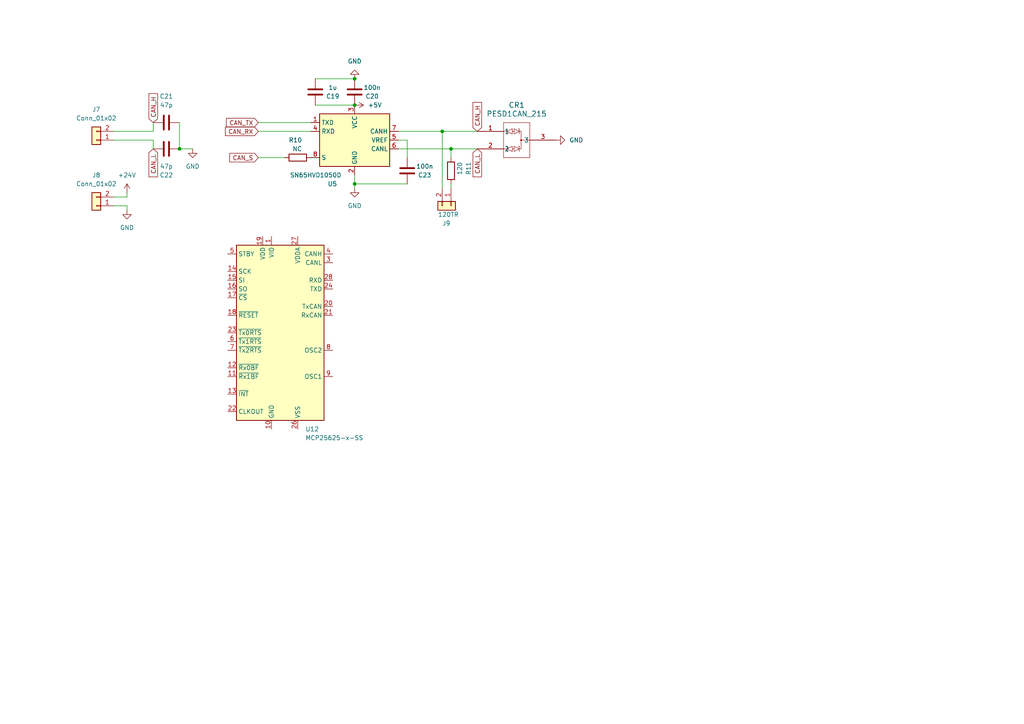
<source format=kicad_sch>
(kicad_sch (version 20231120) (generator "eeschema") (generator_version "8.0")
  (paper "A4")
  (lib_symbols
    (symbol "Connector_Generic:Conn_01x02" (pin_names (offset 1.016) hide)
      (property "Reference" "J" (at 0 2.54 0))
      (property "Value" "Conn_01x02" (at 0 -5.08 0))
      (symbol "Conn_01x02_1_1"
        (rectangle (start -1.27 -2.413) (end 0 -2.667) (stroke (width 0.1524)))
        (rectangle (start -1.27 0.127) (end 0 -0.127) (stroke (width 0.1524)))
        (rectangle (start -1.27 1.27) (end 1.27 -3.81) (stroke (width 0.254)) (fill (type background)))
        (pin passive line (at -5.08 0 0) (length 3.81) (name "Pin_1") (number "1"))
        (pin passive line (at -5.08 -2.54 0) (length 3.81) (name "Pin_2") (number "2"))
      )
    )
    (symbol "Device:C" (pin_numbers hide) (pin_names (offset 0.254))
      (property "Reference" "C" (at 0.635 2.54 0))
      (property "Value" "C" (at 0.635 -2.54 0))
      (symbol "C_0_1"
        (polyline (pts (xy -2.032 -0.762) (xy 2.032 -0.762)) (stroke (width 0.508)))
        (polyline (pts (xy -2.032 0.762) (xy 2.032 0.762)) (stroke (width 0.508)))
      )
      (symbol "C_1_1"
        (pin passive line (at 0 3.81 270) (length 2.794) (name "~") (number "1"))
        (pin passive line (at 0 -3.81 90) (length 2.794) (name "~") (number "2"))
      )
    )
    (symbol "Device:R" (pin_numbers hide) (pin_names (offset 0))
      (property "Reference" "R" (at 2.032 0 90))
      (property "Value" "R" (at 0 0 90))
      (symbol "R_0_1"
        (rectangle (start -1.016 -2.54) (end 1.016 2.54) (stroke (width 0.254)))
      )
      (symbol "R_1_1"
        (pin passive line (at 0 3.81 270) (length 1.27) (name "~") (number "1"))
        (pin passive line (at 0 -3.81 90) (length 1.27) (name "~") (number "2"))
      )
    )
    (symbol "Interface_CAN_LIN:MCP25625-x-SS"
      (property "Reference" "U" (at -11.43 26.67 0))
      (property "Value" "MCP25625-x-SS" (at 15.24 26.67 0))
      (symbol "MCP25625-x-SS_0_1"
        (rectangle (start -12.7 25.4) (end 12.7 -25.4) (stroke (width 0.254)) (fill (type background)))
      )
      (symbol "MCP25625-x-SS_1_1"
        (pin power_in line (at -2.54 27.94 270) (length 2.54) (name "VIO") (number "1"))
        (pin power_in line (at -2.54 -27.94 90) (length 2.54) (name "GND") (number "10"))
        (pin output line (at -15.24 -12.7 0) (length 2.54) (name "~{Rx1BF}") (number "11"))
        (pin output line (at -15.24 -10.16 0) (length 2.54) (name "~{Rx0BF}") (number "12"))
        (pin output line (at -15.24 -17.78 0) (length 2.54) (name "~{INT}") (number "13"))
        (pin input line (at -15.24 17.78 0) (length 2.54) (name "SCK") (number "14"))
        (pin input line (at -15.24 15.24 0) (length 2.54) (name "SI") (number "15"))
        (pin output line (at -15.24 12.7 0) (length 2.54) (name "SO") (number "16"))
        (pin input line (at -15.24 10.16 0) (length 2.54) (name "~{CS}") (number "17"))
        (pin input line (at -15.24 5.08 0) (length 2.54) (name "~{RESET}") (number "18"))
        (pin power_in line (at -5.08 27.94 270) (length 2.54) (name "VDD") (number "19"))
        (pin no_connect line (at 12.7 -15.24 180) (length 2.54) hide (name "NC") (number "2"))
        (pin output line (at 15.24 7.62 180) (length 2.54) (name "TxCAN") (number "20"))
        (pin input line (at 15.24 5.08 180) (length 2.54) (name "RxCAN") (number "21"))
        (pin output line (at -15.24 -22.86 0) (length 2.54) (name "CLKOUT") (number "22"))
        (pin input line (at -15.24 0 0) (length 2.54) (name "~{Tx0RTS}") (number "23"))
        (pin input line (at 15.24 12.7 180) (length 2.54) (name "TXD") (number "24"))
        (pin no_connect line (at 12.7 -17.78 180) (length 2.54) hide (name "NC") (number "25"))
        (pin power_in line (at 5.08 -27.94 90) (length 2.54) (name "VSS") (number "26"))
        (pin power_in line (at 5.08 27.94 270) (length 2.54) (name "VDDA") (number "27"))
        (pin output line (at 15.24 15.24 180) (length 2.54) (name "RXD") (number "28"))
        (pin bidirectional line (at 15.24 20.32 180) (length 2.54) (name "CANL") (number "3"))
        (pin bidirectional line (at 15.24 22.86 180) (length 2.54) (name "CANH") (number "4"))
        (pin input line (at -15.24 22.86 0) (length 2.54) (name "STBY") (number "5"))
        (pin input line (at -15.24 -2.54 0) (length 2.54) (name "~{Tx1RTS}") (number "6"))
        (pin input line (at -15.24 -5.08 0) (length 2.54) (name "~{Tx2RTS}") (number "7"))
        (pin output line (at 15.24 -5.08 180) (length 2.54) (name "OSC2") (number "8"))
        (pin input line (at 15.24 -12.7 180) (length 2.54) (name "OSC1") (number "9"))
      )
    )
    (symbol "Interface_CAN_LIN:SN65HVD1050D"
      (property "Reference" "U" (at -8.89 8.89 0))
      (property "Value" "SN65HVD1050D" (at 1.27 8.89 0))
      (symbol "SN65HVD1050D_0_1"
        (rectangle (start -10.16 7.62) (end 10.16 -7.62) (stroke (width 0.254)) (fill (type background)))
      )
      (symbol "SN65HVD1050D_1_1"
        (pin input line (at -12.7 5.08 0) (length 2.54) (name "TXD") (number "1"))
        (pin power_in line (at 0 -10.16 90) (length 2.54) (name "GND") (number "2"))
        (pin power_in line (at 0 10.16 270) (length 2.54) (name "VCC") (number "3"))
        (pin output line (at -12.7 2.54 0) (length 2.54) (name "RXD") (number "4"))
        (pin passive line (at 12.7 0 180) (length 2.54) (name "VREF") (number "5"))
        (pin bidirectional line (at 12.7 -2.54 180) (length 2.54) (name "CANL") (number "6"))
        (pin bidirectional line (at 12.7 2.54 180) (length 2.54) (name "CANH") (number "7"))
        (pin input line (at -12.7 -5.08 0) (length 2.54) (name "S") (number "8"))
      )
    )
    (symbol "power:+24V" (power) (pin_names (offset 0))
      (property "Value" "+24V" (at 0 3.556 0))
      (symbol "+24V_0_1"
        (polyline (pts (xy -0.762 1.27) (xy 0 2.54)))
        (polyline (pts (xy 0 0) (xy 0 2.54)))
        (polyline (pts (xy 0 2.54) (xy 0.762 1.27)))
      )
      (symbol "+24V_1_1"
        (pin power_in line (at 0 0 90) (length 0) hide (name "+24V") (number "1"))
      )
    )
    (symbol "power:+5V" (power) (pin_names (offset 0))
      (property "Value" "+5V" (at 0 3.556 0))
      (symbol "+5V_0_1"
        (polyline (pts (xy -0.762 1.27) (xy 0 2.54)))
        (polyline (pts (xy 0 0) (xy 0 2.54)))
        (polyline (pts (xy 0 2.54) (xy 0.762 1.27)))
      )
      (symbol "+5V_1_1"
        (pin power_in line (at 0 0 90) (length 0) hide (name "+5V") (number "1"))
      )
    )
    (symbol "power:GND" (power) (pin_names (offset 0))
      (property "Value" "GND" (at 0 -3.81 0))
      (symbol "GND_0_1"
        (polyline (pts (xy 0 0) (xy 0 -1.27) (xy 1.27 -1.27) (xy 0 -2.54) (xy -1.27 -1.27) (xy 0 -1.27)))
      )
      (symbol "GND_1_1"
        (pin power_in line (at 0 0 270) (length 0) hide (name "GND") (number "1"))
      )
    )
    (symbol "symbols:PESD1CAN_215" (pin_names (offset 0.254))
      (property "Reference" "CR1" (at 11.43 7.62 0))
      (property "Value" "PESD1CAN_215" (at 11.43 5.08 0))
      (symbol "PESD1CAN_215_0_1"
        (polyline (pts (xy 7.62 -7.62) (xy 15.24 -7.62)) (stroke (width 0.127)))
        (polyline (pts (xy 7.62 -5.08) (xy 8.636 -5.08)) (stroke (width 0.127)))
        (polyline (pts (xy 7.62 0) (xy 8.636 0)) (stroke (width 0.127)))
        (polyline (pts (xy 7.62 2.54) (xy 7.62 -7.62)) (stroke (width 0.127)))
        (polyline (pts (xy 8.636 -5.842) (xy 8.636 -4.318)) (stroke (width 0.127)))
        (polyline (pts (xy 8.636 -5.842) (xy 8.89 -5.842)) (stroke (width 0.127)))
        (polyline (pts (xy 8.636 -5.08) (xy 10.16 -5.842)) (stroke (width 0.127)))
        (polyline (pts (xy 8.636 -0.762) (xy 8.636 0.762)) (stroke (width 0.127)))
        (polyline (pts (xy 8.636 -0.762) (xy 8.89 -0.762)) (stroke (width 0.127)))
        (polyline (pts (xy 8.636 0) (xy 10.16 -0.762)) (stroke (width 0.127)))
        (polyline (pts (xy 10.16 -5.842) (xy 10.16 -4.318)) (stroke (width 0.127)))
        (polyline (pts (xy 10.16 -5.08) (xy 10.668 -5.08)) (stroke (width 0.127)))
        (polyline (pts (xy 10.16 -4.318) (xy 8.636 -5.08)) (stroke (width 0.127)))
        (polyline (pts (xy 10.16 -0.762) (xy 10.16 0.762)) (stroke (width 0.127)))
        (polyline (pts (xy 10.16 0) (xy 10.668 0)) (stroke (width 0.127)))
        (polyline (pts (xy 10.16 0.762) (xy 8.636 0)) (stroke (width 0.127)))
        (polyline (pts (xy 10.668 -5.842) (xy 12.192 -5.08)) (stroke (width 0.127)))
        (polyline (pts (xy 10.668 -4.318) (xy 10.668 -5.842)) (stroke (width 0.127)))
        (polyline (pts (xy 10.668 -0.762) (xy 12.192 0)) (stroke (width 0.127)))
        (polyline (pts (xy 10.668 0.762) (xy 10.668 -0.762)) (stroke (width 0.127)))
        (polyline (pts (xy 12.192 -5.08) (xy 10.668 -4.318)) (stroke (width 0.127)))
        (polyline (pts (xy 12.192 -5.08) (xy 12.7 -5.08)) (stroke (width 0.127)))
        (polyline (pts (xy 12.192 -4.318) (xy 11.938 -4.318)) (stroke (width 0.127)))
        (polyline (pts (xy 12.192 -4.318) (xy 12.192 -5.842)) (stroke (width 0.127)))
        (polyline (pts (xy 12.192 0) (xy 10.668 0.762)) (stroke (width 0.127)))
        (polyline (pts (xy 12.192 0) (xy 12.7 0)) (stroke (width 0.127)))
        (polyline (pts (xy 12.192 0.762) (xy 11.938 0.762)) (stroke (width 0.127)))
        (polyline (pts (xy 12.192 0.762) (xy 12.192 -0.762)) (stroke (width 0.127)))
        (polyline (pts (xy 12.7 -2.54) (xy 15.24 -2.54)) (stroke (width 0.127)))
        (polyline (pts (xy 12.7 0) (xy 12.7 -5.08)) (stroke (width 0.127)))
        (polyline (pts (xy 15.24 -7.62) (xy 15.24 2.54)) (stroke (width 0.127)))
        (polyline (pts (xy 15.24 2.54) (xy 7.62 2.54)) (stroke (width 0.127)))
        (circle (center 12.7 -2.54) (radius 0.127) (stroke (width 0.254)))
      )
      (symbol "PESD1CAN_215_1_1"
        (pin bidirectional line (at 0 0 0) (length 7.62) (name "1") (number "1"))
        (pin bidirectional line (at 0 -5.08 0) (length 7.62) (name "2") (number "2"))
        (pin power_in line (at 22.86 -2.54 180) (length 7.62) (name "3") (number "3"))
      )
    )
  )
  (junction (at 102.87 53.34))
  (junction (at 102.87 30.48))
  (junction (at 102.87 22.86))
  (junction (at 128.27 38.1))
  (junction (at 52.07 43.18))
  (junction (at 130.81 43.18))
  (wire (pts (xy 102.87 54.61) (xy 102.87 53.34)))
  (wire (pts (xy 102.87 53.34) (xy 118.11 53.34)))
  (wire (pts (xy 74.93 38.1) (xy 90.17 38.1)))
  (wire (pts (xy 74.93 45.72) (xy 82.55 45.72)))
  (wire (pts (xy 33.02 59.69) (xy 36.83 59.69)))
  (wire (pts (xy 91.44 22.86) (xy 102.87 22.86)))
  (wire (pts (xy 130.81 43.18) (xy 130.81 45.72)))
  (wire (pts (xy 44.45 40.64) (xy 33.02 40.64)))
  (wire (pts (xy 44.45 43.18) (xy 44.45 40.64)))
  (wire (pts (xy 118.11 40.64) (xy 115.57 40.64)))
  (wire (pts (xy 52.07 35.56) (xy 52.07 43.18)))
  (wire (pts (xy 118.11 45.72) (xy 118.11 40.64)))
  (wire (pts (xy 128.27 38.1) (xy 138.43 38.1)))
  (wire (pts (xy 115.57 38.1) (xy 128.27 38.1)))
  (wire (pts (xy 102.87 53.34) (xy 102.87 50.8)))
  (wire (pts (xy 33.02 38.1) (xy 44.45 38.1)))
  (wire (pts (xy 44.45 35.56) (xy 44.45 38.1)))
  (wire (pts (xy 115.57 43.18) (xy 130.81 43.18)))
  (wire (pts (xy 138.43 43.18) (xy 130.81 43.18)))
  (wire (pts (xy 36.83 59.69) (xy 36.83 60.96)))
  (wire (pts (xy 74.93 35.56) (xy 90.17 35.56)))
  (wire (pts (xy 33.02 57.15) (xy 36.83 57.15)))
  (wire (pts (xy 36.83 57.15) (xy 36.83 55.88)))
  (wire (pts (xy 52.07 43.18) (xy 55.88 43.18)))
  (wire (pts (xy 128.27 38.1) (xy 128.27 54.61)))
  (wire (pts (xy 130.81 53.34) (xy 130.81 54.61)))
  (wire (pts (xy 91.44 30.48) (xy 102.87 30.48)))
  (global_label "CAN_L" (shape input) (at 44.45 43.18 270) (property "Intersheetrefs" "${INTERSHEET_REFS}" (effects (hide yes))))
  (global_label "CAN_H" (shape input) (at 138.43 38.1 90) (property "Intersheetrefs" "${INTERSHEET_REFS}" (effects (hide yes))))
  (global_label "CAN_S" (shape input) (at 74.93 45.72 180) (property "Intersheetrefs" "${INTERSHEET_REFS}" (effects (hide yes))))
  (global_label "CAN_RX" (shape input) (at 74.93 38.1 180) (property "Intersheetrefs" "${INTERSHEET_REFS}" (effects (hide yes))))
  (global_label "CAN_H" (shape input) (at 44.45 35.56 90) (property "Intersheetrefs" "${INTERSHEET_REFS}" (effects (hide yes))))
  (global_label "CAN_L" (shape input) (at 138.43 43.18 270) (property "Intersheetrefs" "${INTERSHEET_REFS}" (effects (hide yes))))
  (global_label "CAN_TX" (shape input) (at 74.93 35.56 180) (property "Intersheetrefs" "${INTERSHEET_REFS}" (effects (hide yes))))
  (symbol (lib_id "Connector_Generic:Conn_01x02") (at 130.81 59.69 270) (unit 1)
    (property "Reference" "J9" (at 128.27 64.77 90) (effects (justify left)))
    (property "Value" "120TR" (at 127 62.23 90) (effects (justify left)))
    (property "Footprint" "Connector_PinHeader_2.54mm:PinHeader_1x02_P2.54mm_Vertical" (effects (hide yes)))
    (property "Digikey" "732-5315-ND" (effects (hide yes)))
    (instances (project "Toolhead Board" (path "" (reference "J9") (unit 1))) (project "can_magnetic_angle_sensor" (path "" (reference "J3") (unit 1))) (project "magn_angle_sensor_v2" (path "" (reference "J1") (unit 1))))
  )
  (symbol (lib_id "power:+24V") (at 36.83 55.88 0) (unit 1)
    (property "Reference" "#PWR052" (effects (hide yes)))
    (property "Value" "+24V" (at 36.83 50.8 0))
    (instances (project "Toolhead Board" (path "" (reference "#PWR052") (unit 1))) (project "can_magnetic_angle_sensor" (path "" (reference "#PWR08") (unit 1))) (project "magn_angle_sensor_v2" (path "" (reference "#PWR034") (unit 1))))
  )
  (symbol (lib_id "Device:R") (at 86.36 45.72 270) (unit 1)
    (property "Reference" "R10" (at 87.63 40.64 90) (effects (justify right)))
    (property "Value" "NC" (at 87.63 43.18 90) (effects (justify right)))
    (property "Footprint" "Resistor_SMD:R_0603_1608Metric_Pad0.98x0.95mm_HandSolder" (effects (hide yes)))
    (instances (project "Toolhead Board" (path "" (reference "R10") (unit 1))) (project "can_magnetic_angle_sensor" (path "" (reference "R13") (unit 1))) (project "magn_angle_sensor_v2" (path "" (reference "R8") (unit 1))))
  )
  (symbol (lib_id "Device:C") (at 102.87 26.67 0) (unit 1)
    (property "Reference" "C20" (at 107.95 27.94 0))
    (property "Value" "100n" (at 107.95 25.4 0))
    (property "Footprint" "Capacitor_SMD:C_0603_1608Metric_Pad1.08x0.95mm_HandSolder" (effects (hide yes)))
    (property "Digikey" "1276-1935-1-ND" (effects (hide yes)))
    (instances (project "Toolhead Board" (path "" (reference "C20") (unit 1))) (project "magn_angle_sensor_v2" (path "" (reference "C19") (unit 1))))
  )
  (symbol (lib_id "power:GND") (at 55.88 43.18 0) (unit 1)
    (property "Reference" "#PWR050" (effects (hide yes)))
    (property "Value" "GND" (at 55.88 48.26 0))
    (instances (project "Toolhead Board" (path "" (reference "#PWR050") (unit 1))) (project "can_magnetic_angle_sensor" (path "" (reference "#PWR014") (unit 1))) (project "magn_angle_sensor_v2" (path "" (reference "#PWR035") (unit 1))))
  )
  (symbol (lib_id "Device:R") (at 130.81 49.53 180) (unit 1)
    (property "Reference" "R11" (at 135.89 50.8 90) (effects (justify right)))
    (property "Value" "120" (at 133.35 50.8 90) (effects (justify right)))
    (property "Footprint" "Resistor_SMD:R_0603_1608Metric_Pad0.98x0.95mm_HandSolder" (effects (hide yes)))
    (property "Digikey" "RMCF0603FT120RCT-ND" (effects (hide yes)))
    (instances (project "Toolhead Board" (path "" (reference "R11") (unit 1))) (project "can_magnetic_angle_sensor" (path "" (reference "R13") (unit 1))) (project "magn_angle_sensor_v2" (path "" (reference "R9") (unit 1))))
  )
  (symbol (lib_id "Connector_Generic:Conn_01x02") (at 27.94 40.64 180) (unit 1)
    (property "Reference" "J7" (at 27.94 31.75 0))
    (property "Value" "Conn_01x02" (at 27.94 34.29 0))
    (property "Footprint" "Connector_JST:JST_PH_B2B-PH-K_1x02_P2.00mm_Vertical" (effects (hide yes)))
    (property "Digikey" "455-1719-ND" (effects (hide yes)))
  )
  (symbol (lib_id "power:GND") (at 36.83 60.96 0) (unit 1)
    (property "Reference" "#PWR053" (effects (hide yes)))
    (property "Value" "GND" (at 36.83 66.04 0))
    (instances (project "Toolhead Board" (path "" (reference "#PWR053") (unit 1))) (project "can_magnetic_angle_sensor" (path "" (reference "#PWR09") (unit 1))) (project "magn_angle_sensor_v2" (path "" (reference "#PWR037") (unit 1))))
  )
  (symbol (lib_id "Device:C") (at 91.44 26.67 0) (unit 1)
    (property "Reference" "C19" (at 96.52 27.94 0))
    (property "Value" "1u" (at 96.52 25.4 0))
    (property "Footprint" "Capacitor_SMD:C_0603_1608Metric_Pad1.08x0.95mm_HandSolder" (effects (hide yes)))
    (property "Digikey" "1276-1102-1-ND" (effects (hide yes)))
    (instances (project "Toolhead Board" (path "" (reference "C19") (unit 1))) (project "magn_angle_sensor_v2" (path "" (reference "C18") (unit 1))))
  )
  (symbol (lib_id "Device:C") (at 48.26 43.18 90) (mirror x) (unit 1)
    (property "Reference" "C22" (at 48.26 50.8 90))
    (property "Value" "47p" (at 48.26 48.26 90))
    (property "Footprint" "Capacitor_SMD:C_0603_1608Metric_Pad1.08x0.95mm_HandSolder" (effects (hide yes)))
    (property "Digikey" "311-4037-1-ND" (effects (hide yes)))
    (instances (project "Toolhead Board" (path "" (reference "C22") (unit 1))) (project "can_magnetic_angle_sensor" (path "" (reference "C5") (unit 1))) (project "magn_angle_sensor_v2" (path "" (reference "C24") (unit 1))))
  )
  (symbol (lib_id "power:GND") (at 161.29 40.64 90) (unit 1)
    (property "Reference" "#PWR049" (effects (hide yes)))
    (property "Value" "GND" (at 165.1 40.64 90) (effects (justify right)))
    (instances (project "Toolhead Board" (path "" (reference "#PWR049") (unit 1))) (project "magn_angle_sensor_v2" (path "" (reference "#PWR027") (unit 1))))
  )
  (symbol (lib_id "Device:C") (at 118.11 49.53 0) (unit 1)
    (property "Reference" "C23" (at 123.19 50.8 0))
    (property "Value" "100n" (at 123.19 48.26 0))
    (property "Footprint" "Capacitor_SMD:C_0603_1608Metric_Pad1.08x0.95mm_HandSolder" (effects (hide yes)))
    (property "Digikey" "1276-1935-1-ND" (effects (hide yes)))
    (instances (project "Toolhead Board" (path "" (reference "C23") (unit 1))) (project "magn_angle_sensor_v2" (path "" (reference "C22") (unit 1))))
  )
  (symbol (lib_id "Interface_CAN_LIN:SN65HVD1050D") (at 102.87 40.64 0) (unit 1)
    (property "Reference" "U5" (at 97.79 53.34 0) (effects (justify right)))
    (property "Value" "SN65HVD1050D" (at 99.06 50.8 0) (effects (justify right)))
    (property "Footprint" "Package_SO:SOIC-8_3.9x4.9mm_P1.27mm" (effects (hide yes)))
    (property "Datasheet" "http://www.ti.com/lit/ds/symlink/sn65hvd1050.pdf" (effects (hide yes)))
    (property "Digikey" "296-19416-5-ND" (effects (hide yes)))
    (instances (project "Toolhead Board" (path "" (reference "U5") (unit 1))) (project "magn_angle_sensor_v2" (path "" (reference "U6") (unit 1))))
  )
  (symbol (lib_id "Device:C") (at 48.26 35.56 90) (unit 1)
    (property "Reference" "C21" (at 48.26 27.94 90))
    (property "Value" "47p" (at 48.26 30.48 90))
    (property "Footprint" "Capacitor_SMD:C_0603_1608Metric_Pad1.08x0.95mm_HandSolder" (effects (hide yes)))
    (property "Digikey" "311-4037-1-ND" (effects (hide yes)))
    (instances (project "Toolhead Board" (path "" (reference "C21") (unit 1))) (project "can_magnetic_angle_sensor" (path "" (reference "C4") (unit 1))) (project "magn_angle_sensor_v2" (path "" (reference "C23") (unit 1))))
  )
  (symbol (lib_id "power:+5V") (at 102.87 30.48 270) (unit 1)
    (property "Reference" "#PWR048" (effects (hide yes)))
    (property "Value" "+5V" (at 106.68 30.48 90) (effects (justify left)))
    (instances (project "Toolhead Board" (path "" (reference "#PWR048") (unit 1))) (project "magn_angle_sensor_v2" (path "" (reference "#PWR026") (unit 1))))
  )
  (symbol (lib_id "power:GND") (at 102.87 54.61 0) (unit 1)
    (property "Reference" "#PWR051" (effects (hide yes)))
    (property "Value" "GND" (at 102.87 59.69 0))
    (instances (project "Toolhead Board" (path "" (reference "#PWR051") (unit 1))) (project "magn_angle_sensor_v2" (path "" (reference "#PWR031") (unit 1))))
  )
  (symbol (lib_id "Interface_CAN_LIN:MCP25625-x-SS") (at 81.28 96.52 0) (unit 1)
    (property "Reference" "U12" (at 88.5541 124.46 0) (effects (justify left)))
    (property "Value" "MCP25625-x-SS" (at 88.5541 127 0) (effects (justify left)))
    (property "Footprint" "Package_SO:SSOP-28_5.3x10.2mm_P0.65mm" (effects (hide yes)))
    (property "Datasheet" "http://ww1.microchip.com/downloads/en/DeviceDoc/20005282B.pdf" (effects (hide yes)))
    (property "Description" "Stand-Alone CAN Controller with SPI Interface and integated Transceiver, SSOP-28" (effects (hide yes)))
  )
  (symbol (lib_id "power:GND") (at 102.87 22.86 180) (unit 1)
    (property "Reference" "#PWR047" (effects (hide yes)))
    (property "Value" "GND" (at 102.87 17.78 0))
    (instances (project "Toolhead Board" (path "" (reference "#PWR047") (unit 1))) (project "magn_angle_sensor_v2" (path "" (reference "#PWR024") (unit 1))))
  )
  (symbol (lib_id "Connector_Generic:Conn_01x02") (at 27.94 59.69 180) (unit 1)
    (property "Reference" "J8" (at 27.94 50.8 0))
    (property "Value" "Conn_01x02" (at 27.94 53.34 0))
    (property "Footprint" "Connector_AMASS:AMASS_XT30U-F_1x02_P5.0mm_Vertical" (effects (hide yes)))
    (property "Digikey" "1738-1436-ND" (effects (hide yes)))
  )
  (symbol (lib_id "symbols:PESD1CAN_215") (at 138.43 38.1 0) (unit 1)
    (property "Reference" "CR1" (at 149.86 30.48 0) (effects (font (size 1.524 1.524))))
    (property "Value" "PESD1CAN_215" (at 149.86 33.02 0) (effects (font (size 1.524 1.524))))
    (property "Footprint" "Package_TO_SOT_SMD:SOT-23" (effects (hide yes)))
    (property "Datasheet" "PESD1CAN_215" (effects (hide yes)))
    (property "Digikey" "5272-PESD1CANCT-ND" (effects (hide yes)))
  )
)
</source>
